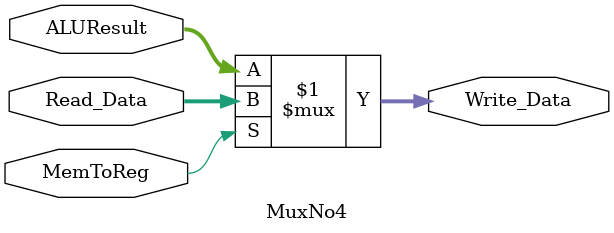
<source format=v>
`timescale 1ns / 1ps
module MuxNo4(
input wire MemToReg,
input wire [31:0] Read_Data,
input wire [31:0] ALUResult,
output wire [31:0] Write_Data
);

assign Write_Data = (MemToReg) ? Read_Data : ALUResult;

endmodule

</source>
